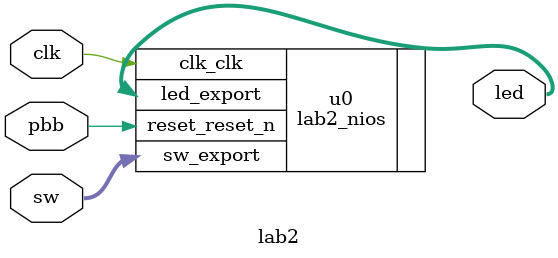
<source format=sv>
module lab2 (
	input bit clk,
	input bit [7:0] sw,
	input bit pbb,
	output bit [7:0] led
);

lab2_nios u0 (
	.clk_clk(clk),
	.reset_reset_n(pbb),
	.led_export(led),
	.sw_export(sw)
);

endmodule

</source>
